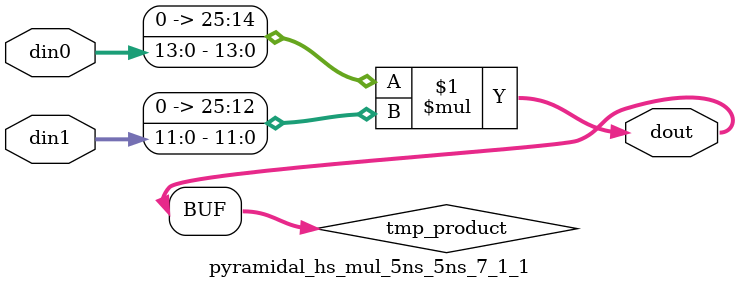
<source format=v>

`timescale 1 ns / 1 ps

 (* DowngradeIPIdentifiedWarnings="yes" *) module pyramidal_hs_mul_5ns_5ns_7_1_1(din0, din1, dout);
parameter ID = 1;
parameter NUM_STAGE = 0;
parameter din0_WIDTH = 14;
parameter din1_WIDTH = 12;
parameter dout_WIDTH = 26;

input [din0_WIDTH - 1 : 0] din0; 
input [din1_WIDTH - 1 : 0] din1; 
output [dout_WIDTH - 1 : 0] dout;

wire signed [dout_WIDTH - 1 : 0] tmp_product;
























assign tmp_product = $signed({1'b0, din0}) * $signed({1'b0, din1});











assign dout = tmp_product;





















endmodule

</source>
